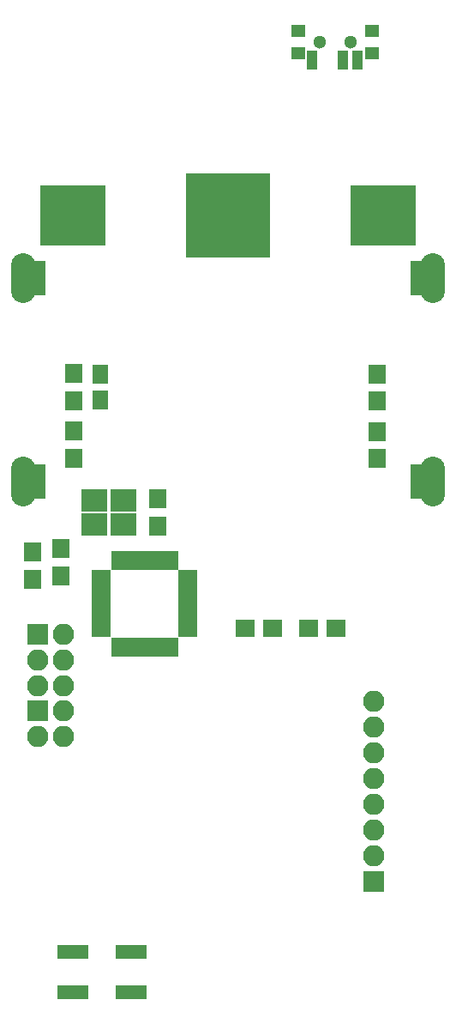
<source format=gbr>
G04 #@! TF.FileFunction,Soldermask,Bot*
%FSLAX46Y46*%
G04 Gerber Fmt 4.6, Leading zero omitted, Abs format (unit mm)*
G04 Created by KiCad (PCBNEW 4.0.6) date Sun Nov  4 10:49:20 2018*
%MOMM*%
%LPD*%
G01*
G04 APERTURE LIST*
%ADD10C,0.100000*%
%ADD11R,2.100000X2.100000*%
%ADD12O,2.100000X2.100000*%
%ADD13R,3.150000X1.400000*%
%ADD14C,1.900000*%
%ADD15R,1.900000X3.400000*%
%ADD16O,2.400000X4.900000*%
%ADD17R,1.000000X1.900000*%
%ADD18R,1.900000X1.000000*%
%ADD19R,1.650000X1.900000*%
%ADD20R,1.700000X1.900000*%
%ADD21R,2.500000X2.200000*%
%ADD22R,6.400000X5.900000*%
%ADD23R,8.400000X8.400000*%
%ADD24C,1.300000*%
%ADD25R,1.100000X1.900000*%
%ADD26R,1.400000X1.200000*%
%ADD27R,1.900000X1.700000*%
G04 APERTURE END LIST*
D10*
D11*
X40460000Y-108920000D03*
D12*
X43000000Y-108920000D03*
X40460000Y-111460000D03*
X43000000Y-111460000D03*
X40460000Y-114000000D03*
X43000000Y-114000000D03*
D11*
X40460000Y-116460000D03*
D12*
X43000000Y-116460000D03*
X40460000Y-119000000D03*
X43000000Y-119000000D03*
D13*
X43992800Y-144246600D03*
X49742800Y-144246600D03*
X49742800Y-140246600D03*
X43992800Y-140246600D03*
D14*
X79530000Y-94300000D03*
X79530000Y-93050000D03*
X39030000Y-94550000D03*
X39030000Y-93300000D03*
X39030000Y-95050000D03*
X39030000Y-92550000D03*
X39030000Y-75050000D03*
X39030000Y-74550000D03*
X39030000Y-72550000D03*
X39030000Y-73050000D03*
X79530000Y-95050000D03*
X79530000Y-92550000D03*
X79530000Y-74300000D03*
D15*
X78280000Y-73800000D03*
X78280000Y-93800000D03*
X40280000Y-93800000D03*
X40280000Y-73800000D03*
D16*
X79530000Y-93800000D03*
X39030000Y-93800000D03*
X79530000Y-73800000D03*
X39030000Y-73800000D03*
D14*
X79530000Y-72550000D03*
X79530000Y-75050000D03*
X79530000Y-73050000D03*
D17*
X48230000Y-101650000D03*
X49030000Y-101650000D03*
X49830000Y-101650000D03*
X50630000Y-101650000D03*
X51430000Y-101650000D03*
X52230000Y-101650000D03*
X53030000Y-101650000D03*
X53830000Y-101650000D03*
D18*
X55280000Y-103100000D03*
X55280000Y-103900000D03*
X55280000Y-104700000D03*
X55280000Y-105500000D03*
X55280000Y-106300000D03*
X55280000Y-107100000D03*
X55280000Y-107900000D03*
X55280000Y-108700000D03*
D17*
X53830000Y-110150000D03*
X53030000Y-110150000D03*
X52230000Y-110150000D03*
X51430000Y-110150000D03*
X50630000Y-110150000D03*
X49830000Y-110150000D03*
X49030000Y-110150000D03*
X48230000Y-110150000D03*
D18*
X46780000Y-108700000D03*
X46780000Y-107900000D03*
X46780000Y-107100000D03*
X46780000Y-106300000D03*
X46780000Y-105500000D03*
X46780000Y-104700000D03*
X46780000Y-103900000D03*
X46780000Y-103100000D03*
D19*
X46680000Y-83280000D03*
X46680000Y-85780000D03*
D20*
X52370000Y-98260000D03*
X52370000Y-95560000D03*
X44020000Y-85890000D03*
X44020000Y-83190000D03*
X42760000Y-103120000D03*
X42760000Y-100420000D03*
X74030000Y-85920000D03*
X74030000Y-83220000D03*
D21*
X48930000Y-98040000D03*
X46030000Y-98040000D03*
X46030000Y-95740000D03*
X48930000Y-95740000D03*
D22*
X74580000Y-67580000D03*
X43980000Y-67580000D03*
D23*
X59280000Y-67580000D03*
D20*
X74020000Y-88890000D03*
X74020000Y-91590000D03*
X44040000Y-88880000D03*
X44040000Y-91580000D03*
D24*
X68350000Y-50470000D03*
X71350000Y-50470000D03*
D25*
X67600000Y-52230000D03*
X70600000Y-52230000D03*
X72100000Y-52230000D03*
D26*
X66200000Y-49370000D03*
X73500000Y-49370000D03*
X73500000Y-51580000D03*
X66200000Y-51580000D03*
D11*
X73634600Y-133324600D03*
D12*
X73634600Y-130784600D03*
X73634600Y-128244600D03*
X73634600Y-125704600D03*
X73634600Y-123164600D03*
X73634600Y-120624600D03*
X73634600Y-118084600D03*
X73634600Y-115544600D03*
D27*
X63710800Y-108305600D03*
X61010800Y-108305600D03*
X69933800Y-108356400D03*
X67233800Y-108356400D03*
D20*
X39979600Y-100754200D03*
X39979600Y-103454200D03*
M02*

</source>
